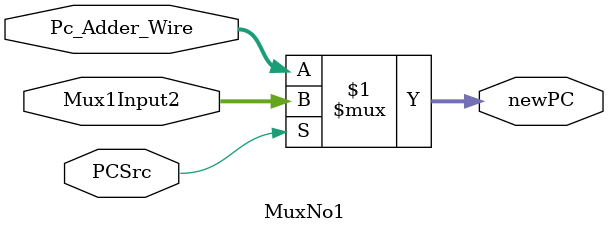
<source format=v>
`timescale 1ns / 1ps
module MuxNo1(
    output wire [31:0] newPC,
    input wire [31:0] Pc_Adder_Wire, // PC+4 value
    input wire [31:0] Mux1Input2,    // Branch target address
    input wire PCSrc                 // Branch selection signal
);

    // Select between PC+4 and branch target
    assign newPC = (PCSrc) ? Mux1Input2 : Pc_Adder_Wire;

endmodule
</source>
